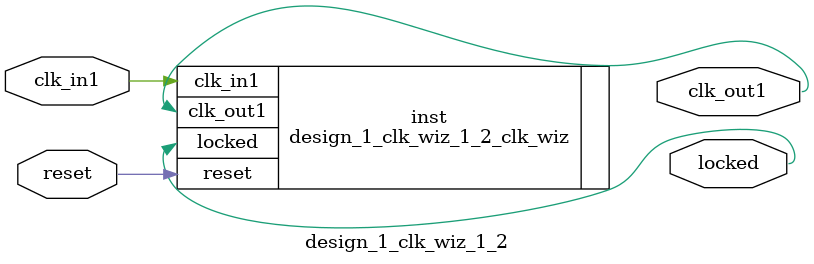
<source format=v>


`timescale 1ps/1ps

(* CORE_GENERATION_INFO = "design_1_clk_wiz_1_2,clk_wiz_v6_0_4_0_0,{component_name=design_1_clk_wiz_1_2,use_phase_alignment=true,use_min_o_jitter=false,use_max_i_jitter=false,use_dyn_phase_shift=false,use_inclk_switchover=false,use_dyn_reconfig=false,enable_axi=0,feedback_source=FDBK_AUTO,PRIMITIVE=MMCM,num_out_clk=1,clkin1_period=5.000,clkin2_period=10.0,use_power_down=false,use_reset=true,use_locked=true,use_inclk_stopped=false,feedback_type=SINGLE,CLOCK_MGR_TYPE=NA,manual_override=false}" *)

module design_1_clk_wiz_1_2 
 (
  // Clock out ports
  output        clk_out1,
  // Status and control signals
  input         reset,
  output        locked,
 // Clock in ports
  input         clk_in1
 );

  design_1_clk_wiz_1_2_clk_wiz inst
  (
  // Clock out ports  
  .clk_out1(clk_out1),
  // Status and control signals               
  .reset(reset), 
  .locked(locked),
 // Clock in ports
  .clk_in1(clk_in1)
  );

endmodule

</source>
